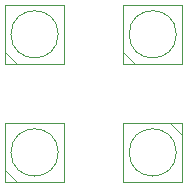
<source format=gbr>
G04 #@! TF.FileFunction,Drawing*
%FSLAX46Y46*%
G04 Gerber Fmt 4.6, Leading zero omitted, Abs format (unit mm)*
G04 Created by KiCad (PCBNEW 4.0.6) date 2017 May 11, Thursday 23:22:10*
%MOMM*%
%LPD*%
G01*
G04 APERTURE LIST*
%ADD10C,1.000000*%
%ADD11C,0.100000*%
G04 APERTURE END LIST*
D10*
D11*
X34567500Y-53432500D02*
X35567500Y-54432500D01*
X39567500Y-49432500D02*
X39567500Y-54432500D01*
X39567500Y-54432500D02*
X34567500Y-54432500D01*
X34567500Y-54432500D02*
X34567500Y-49432500D01*
X34567500Y-49432500D02*
X39567500Y-49432500D01*
X39067500Y-51932500D02*
G75*
G03X39067500Y-51932500I-2000000J0D01*
G01*
X44567500Y-53432500D02*
X45567500Y-54432500D01*
X49567500Y-49432500D02*
X49567500Y-54432500D01*
X49567500Y-54432500D02*
X44567500Y-54432500D01*
X44567500Y-54432500D02*
X44567500Y-49432500D01*
X44567500Y-49432500D02*
X49567500Y-49432500D01*
X49067500Y-51932500D02*
G75*
G03X49067500Y-51932500I-2000000J0D01*
G01*
X34567500Y-63432500D02*
X35567500Y-64432500D01*
X39567500Y-59432500D02*
X39567500Y-64432500D01*
X39567500Y-64432500D02*
X34567500Y-64432500D01*
X34567500Y-64432500D02*
X34567500Y-59432500D01*
X34567500Y-59432500D02*
X39567500Y-59432500D01*
X39067500Y-61932500D02*
G75*
G03X39067500Y-61932500I-2000000J0D01*
G01*
X49567500Y-60432500D02*
X48567500Y-59432500D01*
X44567500Y-64432500D02*
X44567500Y-59432500D01*
X44567500Y-59432500D02*
X49567500Y-59432500D01*
X49567500Y-59432500D02*
X49567500Y-64432500D01*
X49567500Y-64432500D02*
X44567500Y-64432500D01*
X49067500Y-61932500D02*
G75*
G03X49067500Y-61932500I-2000000J0D01*
G01*
M02*

</source>
